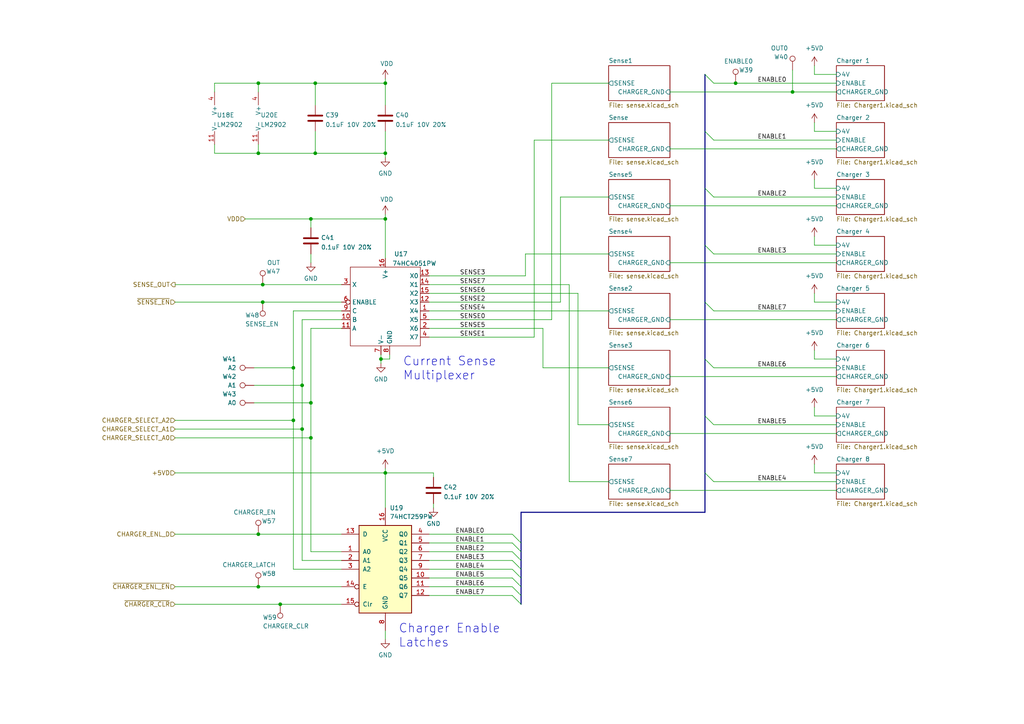
<source format=kicad_sch>
(kicad_sch (version 20211123) (generator eeschema)
  (paper "A4")
  (lib_symbols
    (symbol "74xx:74LS259" (pin_names (offset 1.016))
      (property "Reference" "U" (at -7.62 13.97 0))
      (property "Value" "74LS259" (at -7.62 -13.97 0))
      (symbol "74LS259_1_0"
        (pin input line (at -12.7 5.08 0) (length 5.08) (name "A0") (number "1"))
        (pin output line (at 12.7 -2.54 180) (length 5.08) (name "Q5") (number "10"))
        (pin output line (at 12.7 -5.08 180) (length 5.08) (name "Q6") (number "11"))
        (pin output line (at 12.7 -7.62 180) (length 5.08) (name "Q7") (number "12"))
        (pin input line (at -12.7 10.16 0) (length 5.08) (name "D") (number "13"))
        (pin input inverted (at -12.7 -5.08 0) (length 5.08) (name "E") (number "14"))
        (pin input inverted (at -12.7 -10.16 0) (length 5.08) (name "Clr") (number "15"))
        (pin power_in line (at 0 17.78 270) (length 5.08) (name "VCC") (number "16"))
        (pin input line (at -12.7 2.54 0) (length 5.08) (name "A1") (number "2"))
        (pin input line (at -12.7 0 0) (length 5.08) (name "A2") (number "3"))
        (pin output line (at 12.7 10.16 180) (length 5.08) (name "Q0") (number "4"))
        (pin output line (at 12.7 7.62 180) (length 5.08) (name "Q1") (number "5"))
        (pin output line (at 12.7 5.08 180) (length 5.08) (name "Q2") (number "6"))
        (pin output line (at 12.7 2.54 180) (length 5.08) (name "Q3") (number "7"))
        (pin power_in line (at 0 -17.78 90) (length 5.08) (name "GND") (number "8"))
        (pin output line (at 12.7 0 180) (length 5.08) (name "Q4") (number "9"))
      )
      (symbol "74LS259_1_1"
        (rectangle (start -7.62 12.7) (end 7.62 -12.7) (stroke (width 0.254)) (fill (type background)))
      )
    )
    (symbol "Amplifier_Operational:LM2902" (pin_names (offset 0.127))
      (property "Reference" "U" (at 0 5.08 0))
      (property "Value" "LM2902" (at 0 -5.08 0))
      (symbol "LM2902_1_1"
        (polyline (pts (xy -5.08 5.08) (xy 5.08 0) (xy -5.08 -5.08) (xy -5.08 5.08)) (stroke (width 0.254)) (fill (type background)))
        (pin output line (at 7.62 0 180) (length 2.54) (name "~") (number "1"))
        (pin input line (at -7.62 -2.54 0) (length 2.54) (name "-") (number "2"))
        (pin input line (at -7.62 2.54 0) (length 2.54) (name "+") (number "3"))
      )
      (symbol "LM2902_2_1"
        (polyline (pts (xy -5.08 5.08) (xy 5.08 0) (xy -5.08 -5.08) (xy -5.08 5.08)) (stroke (width 0.254)) (fill (type background)))
        (pin input line (at -7.62 2.54 0) (length 2.54) (name "+") (number "5"))
        (pin input line (at -7.62 -2.54 0) (length 2.54) (name "-") (number "6"))
        (pin output line (at 7.62 0 180) (length 2.54) (name "~") (number "7"))
      )
      (symbol "LM2902_3_1"
        (polyline (pts (xy -5.08 5.08) (xy 5.08 0) (xy -5.08 -5.08) (xy -5.08 5.08)) (stroke (width 0.254)) (fill (type background)))
        (pin input line (at -7.62 2.54 0) (length 2.54) (name "+") (number "10"))
        (pin output line (at 7.62 0 180) (length 2.54) (name "~") (number "8"))
        (pin input line (at -7.62 -2.54 0) (length 2.54) (name "-") (number "9"))
      )
      (symbol "LM2902_4_1"
        (polyline (pts (xy -5.08 5.08) (xy 5.08 0) (xy -5.08 -5.08) (xy -5.08 5.08)) (stroke (width 0.254)) (fill (type background)))
        (pin input line (at -7.62 2.54 0) (length 2.54) (name "+") (number "12"))
        (pin input line (at -7.62 -2.54 0) (length 2.54) (name "-") (number "13"))
        (pin output line (at 7.62 0 180) (length 2.54) (name "~") (number "14"))
      )
      (symbol "LM2902_5_1"
        (pin power_in line (at -2.54 -7.62 90) (length 3.81) (name "V-") (number "11"))
        (pin power_in line (at -2.54 7.62 270) (length 3.81) (name "V+") (number "4"))
      )
    )
    (symbol "Device:C" (pin_numbers hide) (pin_names (offset 0.254))
      (property "Reference" "C" (at 0.635 2.54 0))
      (property "Value" "C" (at 0.635 -2.54 0))
      (symbol "C_0_1"
        (polyline (pts (xy -2.032 -0.762) (xy 2.032 -0.762)) (stroke (width 0.508)))
        (polyline (pts (xy -2.032 0.762) (xy 2.032 0.762)) (stroke (width 0.508)))
      )
      (symbol "C_1_1"
        (pin passive line (at 0 3.81 270) (length 2.794) (name "~") (number "1"))
        (pin passive line (at 0 -3.81 90) (length 2.794) (name "~") (number "2"))
      )
    )
    (symbol "Pixels-dice:DG4051E"
      (property "Reference" "U" (at 7.62 -12.7 0))
      (property "Value" "DG4051E" (at 5.08 12.7 0))
      (symbol "DG4051E_0_1"
        (rectangle (start -10.16 11.43) (end 10.16 -11.43))
      )
      (symbol "DG4051E_1_1"
        (pin bidirectional line (at 12.7 -1.27 180) (length 2.54) (name "X4") (number "1"))
        (pin input line (at -12.7 -3.81 0) (length 2.54) (name "B") (number "10"))
        (pin input line (at -12.7 -6.35 0) (length 2.54) (name "A") (number "11"))
        (pin bidirectional line (at 12.7 1.27 180) (length 2.54) (name "X3") (number "12"))
        (pin bidirectional line (at 12.7 8.89 180) (length 2.54) (name "X0") (number "13"))
        (pin bidirectional line (at 12.7 6.35 180) (length 2.54) (name "X1") (number "14"))
        (pin bidirectional line (at 12.7 3.81 180) (length 2.54) (name "X2") (number "15"))
        (pin power_in line (at 0 13.97 270) (length 2.54) (name "V+") (number "16"))
        (pin bidirectional line (at 12.7 -6.35 180) (length 2.54) (name "X6") (number "2"))
        (pin bidirectional line (at -12.7 6.35 0) (length 2.54) (name "X") (number "3"))
        (pin bidirectional line (at 12.7 -8.89 180) (length 2.54) (name "X7") (number "4"))
        (pin bidirectional line (at 12.7 -3.81 180) (length 2.54) (name "X5") (number "5"))
        (pin input inverted (at -12.7 1.27 0) (length 2.54) (name "ENABLE") (number "6"))
        (pin power_in line (at -1.27 -13.97 90) (length 2.54) (name "V-") (number "7"))
        (pin power_in line (at 1.27 -13.97 90) (length 2.54) (name "GND") (number "8"))
        (pin input line (at -12.7 -1.27 0) (length 2.54) (name "C") (number "9"))
      )
    )
    (symbol "Pixels-dice:TEST_1P-conn" (pin_numbers hide) (pin_names (offset 0.762) hide)
      (property "Reference" "W" (at 0 6.858 0))
      (property "Value" "TEST_1P-conn" (at 0 5.08 0))
      (symbol "TEST_1P-conn_0_1"
        (circle (center 0 3.302) (radius 0.762))
      )
      (symbol "TEST_1P-conn_1_1"
        (pin passive line (at 0 0 90) (length 2.54) (name "1") (number "1"))
      )
    )
    (symbol "power:+5VD" (power) (pin_names (offset 0))
      (property "Value" "+5VD" (at 0 3.556 0))
      (symbol "+5VD_0_1"
        (polyline (pts (xy -0.762 1.27) (xy 0 2.54)))
        (polyline (pts (xy 0 0) (xy 0 2.54)))
        (polyline (pts (xy 0 2.54) (xy 0.762 1.27)))
      )
      (symbol "+5VD_1_1"
        (pin power_in line (at 0 0 90) (length 0) hide (name "+5VD") (number "1"))
      )
    )
    (symbol "power:GND" (power) (pin_names (offset 0))
      (property "Value" "GND" (at 0 -3.81 0))
      (symbol "GND_0_1"
        (polyline (pts (xy 0 0) (xy 0 -1.27) (xy 1.27 -1.27) (xy 0 -2.54) (xy -1.27 -1.27) (xy 0 -1.27)))
      )
      (symbol "GND_1_1"
        (pin power_in line (at 0 0 270) (length 0) hide (name "GND") (number "1"))
      )
    )
    (symbol "power:VDD" (power) (pin_names (offset 0))
      (property "Value" "VDD" (at 0 3.81 0))
      (symbol "VDD_0_1"
        (polyline (pts (xy -0.762 1.27) (xy 0 2.54)))
        (polyline (pts (xy 0 0) (xy 0 2.54)))
        (polyline (pts (xy 0 2.54) (xy 0.762 1.27)))
      )
      (symbol "VDD_1_1"
        (pin power_in line (at 0 0 90) (length 0) hide (name "VDD") (number "1"))
      )
    )
  )
  (junction (at 91.44 24.13))
  (junction (at 91.44 44.45))
  (junction (at 90.17 127))
  (junction (at 90.17 63.5))
  (junction (at 81.28 175.26))
  (junction (at 111.76 63.5))
  (junction (at 74.93 44.45))
  (junction (at 90.17 116.84))
  (junction (at 74.93 170.18))
  (junction (at 110.49 104.14))
  (junction (at 87.63 124.46))
  (junction (at 87.63 111.76))
  (junction (at 76.2 87.63))
  (junction (at 229.87 26.67))
  (junction (at 74.93 154.94))
  (junction (at 111.76 24.13))
  (junction (at 111.76 44.45))
  (junction (at 76.2 82.55))
  (junction (at 85.09 121.92))
  (junction (at 85.09 106.68))
  (junction (at 74.93 24.13))
  (junction (at 213.36 24.13))
  (junction (at 111.76 137.16))
  (bus_entry (at 148.59 170.18) (size 2.54 2.54))
  (bus_entry (at 148.59 162.56) (size 2.54 2.54))
  (bus_entry (at 148.59 157.48) (size 2.54 2.54))
  (bus_entry (at 148.59 154.94) (size 2.54 2.54))
  (bus_entry (at 148.59 160.02) (size 2.54 2.54))
  (bus_entry (at 148.59 172.72) (size 2.54 2.54))
  (bus_entry (at 148.59 167.64) (size 2.54 2.54))
  (bus_entry (at 148.59 165.1) (size 2.54 2.54))
  (bus_entry (at 204.47 21.59) (size 2.54 2.54))
  (bus_entry (at 207.01 40.64) (size -2.54 -2.54))
  (bus_entry (at 207.01 57.15) (size -2.54 -2.54))
  (bus_entry (at 207.01 73.66) (size -2.54 -2.54))
  (bus_entry (at 207.01 106.68) (size -2.54 -2.54))
  (bus_entry (at 207.01 90.17) (size -2.54 -2.54))
  (bus_entry (at 207.01 139.7) (size -2.54 -2.54))
  (bus_entry (at 207.01 123.19) (size -2.54 -2.54))
  (wire (pts (xy 194.31 43.18) (xy 242.57 43.18)))
  (wire (pts (xy 110.49 102.87) (xy 110.49 104.14)))
  (wire (pts (xy 85.09 121.92) (xy 85.09 165.1)))
  (wire (pts (xy 194.31 142.24) (xy 242.57 142.24)))
  (wire (pts (xy 90.17 63.5) (xy 90.17 66.04)))
  (bus (pts (xy 204.47 38.1) (xy 204.47 54.61)))
  (wire (pts (xy 91.44 24.13) (xy 74.93 24.13)))
  (wire (pts (xy 62.23 41.91) (xy 62.23 44.45)))
  (wire (pts (xy 207.01 123.19) (xy 242.57 123.19)))
  (wire (pts (xy 207.01 90.17) (xy 242.57 90.17)))
  (wire (pts (xy 74.93 170.18) (xy 99.06 170.18)))
  (wire (pts (xy 73.66 106.68) (xy 85.09 106.68)))
  (wire (pts (xy 111.76 62.23) (xy 111.76 63.5)))
  (wire (pts (xy 207.01 139.7) (xy 242.57 139.7)))
  (wire (pts (xy 73.66 116.84) (xy 90.17 116.84)))
  (wire (pts (xy 50.8 154.94) (xy 74.93 154.94)))
  (wire (pts (xy 194.31 92.71) (xy 242.57 92.71)))
  (wire (pts (xy 125.73 138.43) (xy 125.73 137.16)))
  (wire (pts (xy 124.46 154.94) (xy 148.59 154.94)))
  (wire (pts (xy 176.53 40.64) (xy 154.94 40.64)))
  (wire (pts (xy 124.46 165.1) (xy 148.59 165.1)))
  (wire (pts (xy 74.93 154.94) (xy 99.06 154.94)))
  (bus (pts (xy 204.47 137.16) (xy 204.47 148.59)))
  (wire (pts (xy 236.22 87.63) (xy 242.57 87.63)))
  (wire (pts (xy 176.53 57.15) (xy 162.56 57.15)))
  (wire (pts (xy 87.63 111.76) (xy 87.63 92.71)))
  (bus (pts (xy 204.47 71.12) (xy 204.47 87.63)))
  (wire (pts (xy 74.93 24.13) (xy 62.23 24.13)))
  (wire (pts (xy 236.22 85.09) (xy 236.22 87.63)))
  (wire (pts (xy 111.76 182.88) (xy 111.76 185.42)))
  (wire (pts (xy 236.22 21.59) (xy 242.57 21.59)))
  (wire (pts (xy 91.44 38.1) (xy 91.44 44.45)))
  (wire (pts (xy 124.46 172.72) (xy 148.59 172.72)))
  (wire (pts (xy 90.17 116.84) (xy 90.17 95.25)))
  (wire (pts (xy 236.22 19.05) (xy 236.22 21.59)))
  (wire (pts (xy 194.31 76.2) (xy 242.57 76.2)))
  (wire (pts (xy 160.02 24.13) (xy 160.02 92.71)))
  (wire (pts (xy 113.03 104.14) (xy 110.49 104.14)))
  (bus (pts (xy 151.13 167.64) (xy 151.13 170.18)))
  (wire (pts (xy 236.22 120.65) (xy 242.57 120.65)))
  (wire (pts (xy 76.2 82.55) (xy 99.06 82.55)))
  (wire (pts (xy 236.22 137.16) (xy 242.57 137.16)))
  (wire (pts (xy 154.94 40.64) (xy 154.94 97.79)))
  (wire (pts (xy 85.09 165.1) (xy 99.06 165.1)))
  (wire (pts (xy 81.28 175.26) (xy 99.06 175.26)))
  (wire (pts (xy 124.46 162.56) (xy 148.59 162.56)))
  (wire (pts (xy 236.22 68.58) (xy 236.22 71.12)))
  (wire (pts (xy 236.22 52.07) (xy 236.22 54.61)))
  (wire (pts (xy 236.22 35.56) (xy 236.22 38.1)))
  (wire (pts (xy 76.2 87.63) (xy 99.06 87.63)))
  (bus (pts (xy 151.13 157.48) (xy 151.13 160.02)))
  (wire (pts (xy 50.8 127) (xy 90.17 127)))
  (bus (pts (xy 151.13 165.1) (xy 151.13 167.64)))
  (wire (pts (xy 111.76 137.16) (xy 125.73 137.16)))
  (bus (pts (xy 151.13 160.02) (xy 151.13 162.56)))
  (wire (pts (xy 124.46 92.71) (xy 160.02 92.71)))
  (wire (pts (xy 87.63 124.46) (xy 87.63 111.76)))
  (wire (pts (xy 236.22 38.1) (xy 242.57 38.1)))
  (wire (pts (xy 194.31 59.69) (xy 242.57 59.69)))
  (wire (pts (xy 124.46 167.64) (xy 148.59 167.64)))
  (wire (pts (xy 50.8 175.26) (xy 81.28 175.26)))
  (wire (pts (xy 90.17 127) (xy 90.17 160.02)))
  (wire (pts (xy 236.22 71.12) (xy 242.57 71.12)))
  (wire (pts (xy 85.09 106.68) (xy 85.09 90.17)))
  (wire (pts (xy 236.22 118.11) (xy 236.22 120.65)))
  (wire (pts (xy 124.46 87.63) (xy 162.56 87.63)))
  (wire (pts (xy 176.53 73.66) (xy 152.4 73.66)))
  (wire (pts (xy 111.76 135.89) (xy 111.76 137.16)))
  (wire (pts (xy 87.63 124.46) (xy 87.63 162.56)))
  (bus (pts (xy 204.47 104.14) (xy 204.47 120.65)))
  (wire (pts (xy 236.22 54.61) (xy 242.57 54.61)))
  (wire (pts (xy 124.46 97.79) (xy 154.94 97.79)))
  (wire (pts (xy 73.66 111.76) (xy 87.63 111.76)))
  (bus (pts (xy 151.13 170.18) (xy 151.13 172.72)))
  (wire (pts (xy 125.73 147.32) (xy 125.73 146.05)))
  (bus (pts (xy 204.47 87.63) (xy 204.47 104.14)))
  (wire (pts (xy 111.76 24.13) (xy 111.76 30.48)))
  (wire (pts (xy 50.8 137.16) (xy 111.76 137.16)))
  (wire (pts (xy 110.49 104.14) (xy 110.49 105.41)))
  (bus (pts (xy 151.13 148.59) (xy 204.47 148.59)))
  (wire (pts (xy 91.44 24.13) (xy 111.76 24.13)))
  (wire (pts (xy 90.17 160.02) (xy 99.06 160.02)))
  (bus (pts (xy 151.13 172.72) (xy 151.13 175.26)))
  (wire (pts (xy 124.46 90.17) (xy 176.53 90.17)))
  (wire (pts (xy 236.22 101.6) (xy 236.22 104.14)))
  (bus (pts (xy 151.13 162.56) (xy 151.13 165.1)))
  (wire (pts (xy 242.57 26.67) (xy 229.87 26.67)))
  (wire (pts (xy 90.17 73.66) (xy 90.17 76.2)))
  (wire (pts (xy 74.93 24.13) (xy 74.93 26.67)))
  (wire (pts (xy 194.31 125.73) (xy 242.57 125.73)))
  (wire (pts (xy 111.76 63.5) (xy 111.76 74.93)))
  (wire (pts (xy 165.1 139.7) (xy 165.1 82.55)))
  (wire (pts (xy 152.4 73.66) (xy 152.4 80.01)))
  (wire (pts (xy 157.48 106.68) (xy 157.48 95.25)))
  (wire (pts (xy 176.53 24.13) (xy 160.02 24.13)))
  (wire (pts (xy 194.31 26.67) (xy 229.87 26.67)))
  (wire (pts (xy 113.03 102.87) (xy 113.03 104.14)))
  (wire (pts (xy 71.12 63.5) (xy 90.17 63.5)))
  (wire (pts (xy 207.01 57.15) (xy 242.57 57.15)))
  (wire (pts (xy 50.8 82.55) (xy 76.2 82.55)))
  (bus (pts (xy 204.47 120.65) (xy 204.47 137.16)))
  (wire (pts (xy 167.64 123.19) (xy 167.64 85.09)))
  (wire (pts (xy 62.23 24.13) (xy 62.23 26.67)))
  (wire (pts (xy 207.01 40.64) (xy 242.57 40.64)))
  (wire (pts (xy 162.56 57.15) (xy 162.56 87.63)))
  (wire (pts (xy 124.46 95.25) (xy 157.48 95.25)))
  (wire (pts (xy 124.46 85.09) (xy 167.64 85.09)))
  (wire (pts (xy 111.76 137.16) (xy 111.76 147.32)))
  (wire (pts (xy 176.53 106.68) (xy 157.48 106.68)))
  (wire (pts (xy 85.09 121.92) (xy 85.09 106.68)))
  (wire (pts (xy 50.8 121.92) (xy 85.09 121.92)))
  (wire (pts (xy 152.4 80.01) (xy 124.46 80.01)))
  (wire (pts (xy 207.01 73.66) (xy 242.57 73.66)))
  (wire (pts (xy 50.8 87.63) (xy 76.2 87.63)))
  (wire (pts (xy 111.76 22.86) (xy 111.76 24.13)))
  (wire (pts (xy 91.44 30.48) (xy 91.44 24.13)))
  (wire (pts (xy 90.17 95.25) (xy 99.06 95.25)))
  (wire (pts (xy 176.53 139.7) (xy 165.1 139.7)))
  (wire (pts (xy 87.63 162.56) (xy 99.06 162.56)))
  (wire (pts (xy 236.22 104.14) (xy 242.57 104.14)))
  (wire (pts (xy 236.22 134.62) (xy 236.22 137.16)))
  (wire (pts (xy 74.93 41.91) (xy 74.93 44.45)))
  (bus (pts (xy 204.47 21.59) (xy 204.47 38.1)))
  (wire (pts (xy 74.93 44.45) (xy 91.44 44.45)))
  (wire (pts (xy 207.01 106.68) (xy 242.57 106.68)))
  (wire (pts (xy 50.8 124.46) (xy 87.63 124.46)))
  (wire (pts (xy 207.01 24.13) (xy 213.36 24.13)))
  (wire (pts (xy 62.23 44.45) (xy 74.93 44.45)))
  (wire (pts (xy 124.46 170.18) (xy 148.59 170.18)))
  (wire (pts (xy 111.76 44.45) (xy 111.76 45.72)))
  (bus (pts (xy 151.13 157.48) (xy 151.13 148.59)))
  (wire (pts (xy 91.44 44.45) (xy 111.76 44.45)))
  (wire (pts (xy 90.17 127) (xy 90.17 116.84)))
  (wire (pts (xy 111.76 38.1) (xy 111.76 44.45)))
  (wire (pts (xy 124.46 157.48) (xy 148.59 157.48)))
  (wire (pts (xy 90.17 63.5) (xy 111.76 63.5)))
  (wire (pts (xy 229.87 26.67) (xy 229.87 20.32)))
  (wire (pts (xy 85.09 90.17) (xy 99.06 90.17)))
  (wire (pts (xy 213.36 24.13) (xy 242.57 24.13)))
  (wire (pts (xy 194.31 109.22) (xy 242.57 109.22)))
  (wire (pts (xy 87.63 92.71) (xy 99.06 92.71)))
  (wire (pts (xy 124.46 160.02) (xy 148.59 160.02)))
  (wire (pts (xy 50.8 170.18) (xy 74.93 170.18)))
  (wire (pts (xy 124.46 82.55) (xy 165.1 82.55)))
  (bus (pts (xy 204.47 54.61) (xy 204.47 71.12)))
  (wire (pts (xy 176.53 123.19) (xy 167.64 123.19)))
  (text "Charger Enable\nLatches" (at 115.57 187.96 0) (effects (font (size 2.54 2.54)) (justify left bottom)))
  (text "Current Sense\nMultiplexer" (at 116.84 110.49 0) (effects (font (size 2.54 2.54)) (justify left bottom)))
  (label "SENSE7" (at 133.35 82.55 0))
  (label "SENSE6" (at 133.35 85.09 0))
  (label "SENSE1" (at 133.35 97.79 0))
  (label "ENABLE1" (at 219.71 40.64 0))
  (label "ENABLE2" (at 219.71 57.15 0))
  (label "ENABLE6" (at 132.08 170.18 0))
  (label "ENABLE2" (at 132.08 160.02 0))
  (label "ENABLE4" (at 132.08 165.1 0))
  (label "SENSE2" (at 133.35 87.63 0))
  (label "SENSE4" (at 133.35 90.17 0))
  (label "ENABLE0" (at 132.08 154.94 0))
  (label "SENSE0" (at 133.35 92.71 0))
  (label "ENABLE0" (at 219.71 24.13 0))
  (label "ENABLE3" (at 132.08 162.56 0))
  (label "ENABLE6" (at 219.71 106.68 0))
  (label "SENSE3" (at 133.35 80.01 0))
  (label "ENABLE7" (at 132.08 172.72 0))
  (label "ENABLE3" (at 219.71 73.66 0))
  (label "ENABLE5" (at 132.08 167.64 0))
  (label "SENSE5" (at 133.35 95.25 0))
  (label "ENABLE4" (at 219.71 139.7 0))
  (label "ENABLE7" (at 219.71 90.17 0))
  (label "ENABLE5" (at 219.71 123.19 0))
  (label "ENABLE1" (at 132.08 157.48 0))
  (hierarchical_label "CHARGER_SELECT_A1" (shape input) (at 50.8 124.46 180))
  (hierarchical_label "CHARGER_SELECT_A2" (shape input) (at 50.8 121.92 180))
  (hierarchical_label "SENSE_OUT" (shape output) (at 50.8 82.55 180))
  (hierarchical_label "~{CHARGER_CLR}" (shape input) (at 50.8 175.26 180))
  (hierarchical_label "CHARGER_SELECT_A0" (shape input) (at 50.8 127 180))
  (hierarchical_label "~{CHARGER_ENL_EN}" (shape input) (at 50.8 170.18 180))
  (hierarchical_label "+5VD" (shape input) (at 50.8 137.16 180))
  (hierarchical_label "VDD" (shape input) (at 71.12 63.5 180))
  (hierarchical_label "CHARGER_ENL_D" (shape input) (at 50.8 154.94 180))
  (hierarchical_label "~{SENSE_EN}" (shape input) (at 50.8 87.63 180))
  (symbol (lib_id "74xx:74LS259") (at 111.76 165.1 0) (unit 1)
    (property "Reference" "U19" (at 113.03 147.32 0) (effects (justify left)))
    (property "Value" "74HCT259PW" (at 113.03 149.86 0) (effects (justify left)))
    (property "Footprint" "Package_SO:SSOP-16_4.4x5.2mm_P0.65mm" (effects hide))
    (property "Datasheet" "http://www.ti.com/lit/gpn/sn74LS259" (effects hide))
    (property "Manufacturer" "Nexperia" (effects hide))
    (property "Manufacturer Part Number" "74HCT259PW" (effects hide))
    (property "Generic OK" "NO" (effects hide))
  )
  (symbol (lib_id "power:+5VD") (at 236.22 35.56 0) (unit 1)
    (property "Reference" "#PWR0111" (effects hide))
    (property "Value" "+5VD" (at 236.22 30.48 0))
  )
  (symbol (lib_id "Pixels-dice:TEST_1P-conn") (at 76.2 82.55 0) (mirror y) (unit 1)
    (property "Reference" "W47" (at 81.28 78.74 0) (effects (justify left)))
    (property "Value" "OUT" (at 81.28 76.2 0) (effects (justify left)))
    (property "Footprint" "Pixels-dice:TestPoint_1.5x1.5_Drill0.9mm" (effects hide))
  )
  (symbol (lib_id "Pixels-dice:TEST_1P-conn") (at 81.28 175.26 0) (mirror x) (unit 1)
    (property "Reference" "W59" (at 76.2 179.07 0) (effects (justify left)))
    (property "Value" "CHARGER_CLR" (at 76.2 181.61 0) (effects (justify left)))
    (property "Footprint" "Pixels-dice:TEST_PIN" (effects hide))
  )
  (symbol (lib_id "Pixels-dice:DG4051E") (at 111.76 88.9 0) (unit 1)
    (property "Reference" "U17" (at 114.3 73.66 0) (effects (justify left)))
    (property "Value" "74HC4051PW" (at 113.7794 76.4056 0) (effects (justify left)))
    (property "Footprint" "Package_SO:SSOP-16_4.4x5.2mm_P0.65mm" (effects hide))
    (property "Manufacturer" "Nexperia" (effects hide))
    (property "Manufacturer Part Number" "74HC4051PW,118" (effects hide))
    (property "Generic OK" "NO" (effects hide))
  )
  (symbol (lib_id "power:GND") (at 125.73 147.32 0) (unit 1)
    (property "Reference" "#PWR055" (effects hide))
    (property "Value" "GND" (at 125.73 151.8825 0))
  )
  (symbol (lib_id "power:GND") (at 110.49 105.41 0) (unit 1)
    (property "Reference" "#PWR046" (effects hide))
    (property "Value" "GND" (at 110.49 109.9725 0))
  )
  (symbol (lib_id "power:VDD") (at 111.76 22.86 0) (unit 1)
    (property "Reference" "#PWR029" (effects hide))
    (property "Value" "VDD" (at 112.1918 18.4658 0))
  )
  (symbol (lib_id "Pixels-dice:TEST_1P-conn") (at 73.66 116.84 90) (mirror x) (unit 1)
    (property "Reference" "W43" (at 68.58 114.3 90) (effects (justify left)))
    (property "Value" "A0" (at 68.58 116.84 90) (effects (justify left)))
    (property "Footprint" "Pixels-dice:TestPoint_1.5x1.5_Drill0.9mm" (effects hide))
  )
  (symbol (lib_id "power:VDD") (at 111.76 62.23 0) (unit 1)
    (property "Reference" "#PWR039" (effects hide))
    (property "Value" "VDD" (at 112.1918 57.8358 0))
  )
  (symbol (lib_id "power:+5VD") (at 236.22 118.11 0) (unit 1)
    (property "Reference" "#PWR0116" (effects hide))
    (property "Value" "+5VD" (at 236.22 113.03 0))
  )
  (symbol (lib_id "power:+5VD") (at 111.76 135.89 0) (unit 1)
    (property "Reference" "#PWR0114" (effects hide))
    (property "Value" "+5VD" (at 111.76 130.81 0))
  )
  (symbol (lib_id "Pixels-dice:TEST_1P-conn") (at 76.2 87.63 0) (mirror x) (unit 1)
    (property "Reference" "W48" (at 71.12 91.44 0) (effects (justify left)))
    (property "Value" "SENSE_EN" (at 71.12 93.98 0) (effects (justify left)))
    (property "Footprint" "Pixels-dice:TestPoint_1.5x1.5_Drill0.9mm" (effects hide))
  )
  (symbol (lib_id "Pixels-dice:TEST_1P-conn") (at 74.93 154.94 0) (mirror y) (unit 1)
    (property "Reference" "W57" (at 80.01 151.13 0) (effects (justify left)))
    (property "Value" "CHARGER_EN" (at 80.01 148.59 0) (effects (justify left)))
    (property "Footprint" "Pixels-dice:TestPoint_1.5x1.5_Drill0.9mm" (effects hide))
  )
  (symbol (lib_id "Device:C") (at 91.44 34.29 0) (unit 1)
    (property "Reference" "C39" (at 94.361 33.3815 0) (effects (justify left)))
    (property "Value" "0.1uF 10V 20%" (at 94.361 36.1566 0) (effects (justify left)))
    (property "Footprint" "Capacitor_SMD:C_0402_1005Metric" (effects hide))
    (property "LCSC Part Number" "C2168305" (effects hide))
    (property "Manufacturer" "Murata" (effects hide))
    (property "Manufacturer Part Number" "GRM155R61H104KE19D" (effects hide))
    (property "Generic OK" "YES" (effects hide))
  )
  (symbol (lib_id "power:GND") (at 111.76 45.72 0) (unit 1)
    (property "Reference" "#PWR032" (effects hide))
    (property "Value" "GND" (at 111.76 50.2825 0))
  )
  (symbol (lib_id "Pixels-dice:TEST_1P-conn") (at 229.87 20.32 0) (mirror y) (unit 1)
    (property "Reference" "W40" (at 228.6 16.51 0) (effects (justify left)))
    (property "Value" "OUT0" (at 228.6 13.97 0) (effects (justify left)))
    (property "Footprint" "Pixels-dice:TestPoint_1.5x1.5_Drill0.9mm" (effects hide))
  )
  (symbol (lib_id "power:GND") (at 90.17 76.2 0) (unit 1)
    (property "Reference" "#PWR0112" (effects hide))
    (property "Value" "GND" (at 90.17 80.7625 0))
  )
  (symbol (lib_id "power:+5VD") (at 236.22 52.07 0) (unit 1)
    (property "Reference" "#PWR0109" (effects hide))
    (property "Value" "+5VD" (at 236.22 46.99 0))
  )
  (symbol (lib_id "power:+5VD") (at 236.22 101.6 0) (unit 1)
    (property "Reference" "#PWR0117" (effects hide))
    (property "Value" "+5VD" (at 236.22 96.52 0))
  )
  (symbol (lib_id "power:GND") (at 111.76 185.42 0) (unit 1)
    (property "Reference" "#PWR057" (effects hide))
    (property "Value" "GND" (at 111.76 189.9825 0))
  )
  (symbol (lib_id "power:+5VD") (at 236.22 85.09 0) (unit 1)
    (property "Reference" "#PWR0118" (effects hide))
    (property "Value" "+5VD" (at 236.22 80.01 0))
  )
  (symbol (lib_id "Pixels-dice:TEST_1P-conn") (at 73.66 111.76 90) (mirror x) (unit 1)
    (property "Reference" "W42" (at 68.58 109.22 90) (effects (justify left)))
    (property "Value" "A1" (at 68.58 111.76 90) (effects (justify left)))
    (property "Footprint" "Pixels-dice:TestPoint_1.5x1.5_Drill0.9mm" (effects hide))
  )
  (symbol (lib_id "Device:C") (at 90.17 69.85 0) (unit 1)
    (property "Reference" "C41" (at 93.091 68.9415 0) (effects (justify left)))
    (property "Value" "0.1uF 10V 20%" (at 93.091 71.7166 0) (effects (justify left)))
    (property "Footprint" "Capacitor_SMD:C_0402_1005Metric" (effects hide))
    (property "LCSC Part Number" "C2168305" (effects hide))
    (property "Manufacturer" "Murata" (effects hide))
    (property "Manufacturer Part Number" "GRM155R61H104KE19D" (effects hide))
    (property "Generic OK" "YES" (effects hide))
  )
  (symbol (lib_id "Pixels-dice:TEST_1P-conn") (at 73.66 106.68 90) (mirror x) (unit 1)
    (property "Reference" "W41" (at 68.58 104.14 90) (effects (justify left)))
    (property "Value" "A2" (at 68.58 106.68 90) (effects (justify left)))
    (property "Footprint" "Pixels-dice:TestPoint_1.5x1.5_Drill0.9mm" (effects hide))
  )
  (symbol (lib_id "Amplifier_Operational:LM2902") (at 77.47 34.29 0) (unit 5)
    (property "Reference" "U20" (at 75.565 33.3815 0) (effects (justify left)))
    (property "Value" "LM2902" (at 75.565 36.1566 0) (effects (justify left)))
    (property "Footprint" "Package_SO:TSSOP-14_4.4x5mm_P0.65mm" (effects hide))
    (property "Datasheet" "http://www.ti.com/lit/ds/symlink/lm2902-n.pdf" (effects hide))
    (property "LCSC Part Number" "C46864" (effects hide))
    (property "Manufacturer" "Texas Instrument" (effects hide))
    (property "Manufacturer Part Number" "LM2902PWR" (effects hide))
  )
  (symbol (lib_id "Pixels-dice:TEST_1P-conn") (at 74.93 170.18 0) (mirror y) (unit 1)
    (property "Reference" "W58" (at 80.01 166.37 0) (effects (justify left)))
    (property "Value" "CHARGER_LATCH" (at 80.01 163.83 0) (effects (justify left)))
    (property "Footprint" "Pixels-dice:TestPoint_1.5x1.5_Drill0.9mm" (effects hide))
  )
  (symbol (lib_id "power:+5VD") (at 236.22 19.05 0) (unit 1)
    (property "Reference" "#PWR0113" (effects hide))
    (property "Value" "+5VD" (at 236.22 13.97 0))
  )
  (symbol (lib_id "power:+5VD") (at 236.22 134.62 0) (unit 1)
    (property "Reference" "#PWR0115" (effects hide))
    (property "Value" "+5VD" (at 236.22 129.54 0))
  )
  (symbol (lib_id "Device:C") (at 111.76 34.29 0) (unit 1)
    (property "Reference" "C40" (at 114.681 33.3815 0) (effects (justify left)))
    (property "Value" "0.1uF 10V 20%" (at 114.681 36.1566 0) (effects (justify left)))
    (property "Footprint" "Capacitor_SMD:C_0402_1005Metric" (effects hide))
    (property "LCSC Part Number" "C2168305" (effects hide))
    (property "Manufacturer" "Murata" (effects hide))
    (property "Manufacturer Part Number" "GRM155R61H104KE19D" (effects hide))
    (property "Generic OK" "YES" (effects hide))
  )
  (symbol (lib_id "Amplifier_Operational:LM2902") (at 64.77 34.29 0) (unit 5)
    (property "Reference" "U18" (at 62.865 33.3815 0) (effects (justify left)))
    (property "Value" "LM2902" (at 62.865 36.1566 0) (effects (justify left)))
    (property "Footprint" "Package_SO:TSSOP-14_4.4x5mm_P0.65mm" (effects hide))
    (property "Datasheet" "http://www.ti.com/lit/ds/symlink/lm2902-n.pdf" (effects hide))
    (property "LCSC Part Number" "C46864" (effects hide))
    (property "Manufacturer" "Texas Instrument" (effects hide))
    (property "Manufacturer Part Number" "LM2902PWR" (effects hide))
  )
  (symbol (lib_id "power:+5VD") (at 236.22 68.58 0) (unit 1)
    (property "Reference" "#PWR0110" (effects hide))
    (property "Value" "+5VD" (at 236.22 63.5 0))
  )
  (symbol (lib_id "Device:C") (at 125.73 142.24 0) (unit 1)
    (property "Reference" "C42" (at 128.651 141.3315 0) (effects (justify left)))
    (property "Value" "0.1uF 10V 20%" (at 128.651 144.1066 0) (effects (justify left)))
    (property "Footprint" "Capacitor_SMD:C_0402_1005Metric" (effects hide))
    (property "LCSC Part Number" "C2168305" (effects hide))
    (property "Manufacturer" "Murata" (effects hide))
    (property "Manufacturer Part Number" "GRM155R61H104KE19D" (effects hide))
    (property "Generic OK" "YES" (effects hide))
  )
  (symbol (lib_id "Pixels-dice:TEST_1P-conn") (at 213.36 24.13 0) (mirror y) (unit 1)
    (property "Reference" "W39" (at 218.44 20.32 0) (effects (justify left)))
    (property "Value" "ENABLE0" (at 218.44 17.78 0) (effects (justify left)))
    (property "Footprint" "Pixels-dice:TestPoint_1.5x1.5_Drill0.9mm" (effects hide))
  )
  (sheet (at 176.53 118.11) (size 17.78 10.16) (stroke (width 0.1524))
    (property "Sheet name" "Sense6" (at 176.53 117.3984 0) (effects (justify left bottom)))
    (property "Sheet file" "sense.kicad_sch" (at 176.53 128.8546 0) (effects (justify left top)))
    (pin "SENSE" output (at 176.53 123.19 180))
    (pin "CHARGER_GND" input (at 194.31 125.73 0))
  )
  (sheet (at 176.53 19.05) (size 17.78 10.16) (stroke (width 0.1524))
    (property "Sheet name" "Sense1" (at 176.53 18.3384 0) (effects (justify left bottom)))
    (property "Sheet file" "sense.kicad_sch" (at 176.53 29.7946 0) (effects (justify left top)))
    (pin "SENSE" output (at 176.53 24.13 180))
    (pin "CHARGER_GND" input (at 194.31 26.67 0))
  )
  (sheet (at 176.53 35.56) (size 17.78 10.16) (stroke (width 0.1524))
    (property "Sheet name" "Sense" (at 176.53 34.8484 0) (effects (justify left bottom)))
    (property "Sheet file" "sense.kicad_sch" (at 176.53 46.3046 0) (effects (justify left top)))
    (pin "SENSE" output (at 176.53 40.64 180))
    (pin "CHARGER_GND" input (at 194.31 43.18 0))
  )
  (sheet (at 176.53 52.07) (size 17.78 10.16) (stroke (width 0.1524))
    (property "Sheet name" "Sense5" (at 176.53 51.3584 0) (effects (justify left bottom)))
    (property "Sheet file" "sense.kicad_sch" (at 176.53 62.8146 0) (effects (justify left top)))
    (pin "SENSE" output (at 176.53 57.15 180))
    (pin "CHARGER_GND" input (at 194.31 59.69 0))
  )
  (sheet (at 176.53 85.09) (size 17.78 10.16) (stroke (width 0.1524))
    (property "Sheet name" "Sense2" (at 176.53 84.3784 0) (effects (justify left bottom)))
    (property "Sheet file" "sense.kicad_sch" (at 176.53 95.8346 0) (effects (justify left top)))
    (pin "SENSE" output (at 176.53 90.17 180))
    (pin "CHARGER_GND" input (at 194.31 92.71 0))
  )
  (sheet (at 242.57 118.11) (size 13.97 10.16) (stroke (width 0.1524))
    (property "Sheet name" "Charger 7" (at 242.57 117.3984 0) (effects (justify left bottom)))
    (property "Sheet file" "Charger1.kicad_sch" (at 242.57 128.8546 0) (effects (justify left top)))
    (pin "4V" input (at 242.57 120.65 180))
    (pin "ENABLE" input (at 242.57 123.19 180))
    (pin "CHARGER_GND" output (at 242.57 125.73 180))
  )
  (sheet (at 242.57 68.58) (size 13.97 10.16) (stroke (width 0.1524))
    (property "Sheet name" "Charger 4" (at 242.57 67.8684 0) (effects (justify left bottom)))
    (property "Sheet file" "Charger1.kicad_sch" (at 242.57 79.3246 0) (effects (justify left top)))
    (pin "4V" input (at 242.57 71.12 180))
    (pin "ENABLE" input (at 242.57 73.66 180))
    (pin "CHARGER_GND" output (at 242.57 76.2 180))
  )
  (sheet (at 242.57 19.05) (size 13.97 10.16) (stroke (width 0.1524))
    (property "Sheet name" "Charger 1" (at 242.57 18.3384 0) (effects (justify left bottom)))
    (property "Sheet file" "Charger1.kicad_sch" (at 242.57 29.7946 0) (effects (justify left top)))
    (pin "4V" input (at 242.57 21.59 180))
    (pin "ENABLE" input (at 242.57 24.13 180))
    (pin "CHARGER_GND" output (at 242.57 26.67 180))
  )
  (sheet (at 242.57 85.09) (size 13.97 10.16) (stroke (width 0.1524))
    (property "Sheet name" "Charger 5" (at 242.57 84.3784 0) (effects (justify left bottom)))
    (property "Sheet file" "Charger1.kicad_sch" (at 242.57 95.8346 0) (effects (justify left top)))
    (pin "4V" input (at 242.57 87.63 180))
    (pin "ENABLE" input (at 242.57 90.17 180))
    (pin "CHARGER_GND" output (at 242.57 92.71 180))
  )
  (sheet (at 242.57 35.56) (size 13.97 10.16) (stroke (width 0.1524))
    (property "Sheet name" "Charger 2" (at 242.57 34.8484 0) (effects (justify left bottom)))
    (property "Sheet file" "Charger1.kicad_sch" (at 242.57 46.3046 0) (effects (justify left top)))
    (pin "4V" input (at 242.57 38.1 180))
    (pin "ENABLE" input (at 242.57 40.64 180))
    (pin "CHARGER_GND" output (at 242.57 43.18 180))
  )
  (sheet (at 176.53 101.6) (size 17.78 10.16) (stroke (width 0.1524))
    (property "Sheet name" "Sense3" (at 176.53 100.8884 0) (effects (justify left bottom)))
    (property "Sheet file" "sense.kicad_sch" (at 176.53 112.3446 0) (effects (justify left top)))
    (pin "SENSE" output (at 176.53 106.68 180))
    (pin "CHARGER_GND" input (at 194.31 109.22 0))
  )
  (sheet (at 242.57 101.6) (size 13.97 10.16) (stroke (width 0.1524))
    (property "Sheet name" "Charger 6" (at 242.57 100.8884 0) (effects (justify left bottom)))
    (property "Sheet file" "Charger1.kicad_sch" (at 242.57 112.3446 0) (effects (justify left top)))
    (pin "4V" input (at 242.57 104.14 180))
    (pin "ENABLE" input (at 242.57 106.68 180))
    (pin "CHARGER_GND" output (at 242.57 109.22 180))
  )
  (sheet (at 242.57 52.07) (size 13.97 10.16) (stroke (width 0.1524))
    (property "Sheet name" "Charger 3" (at 242.57 51.3584 0) (effects (justify left bottom)))
    (property "Sheet file" "Charger1.kicad_sch" (at 242.57 62.8146 0) (effects (justify left top)))
    (pin "4V" input (at 242.57 54.61 180))
    (pin "ENABLE" input (at 242.57 57.15 180))
    (pin "CHARGER_GND" output (at 242.57 59.69 180))
  )
  (sheet (at 242.57 134.62) (size 13.97 10.16) (stroke (width 0.1524))
    (property "Sheet name" "Charger 8" (at 242.57 133.9084 0) (effects (justify left bottom)))
    (property "Sheet file" "Charger1.kicad_sch" (at 242.57 145.3646 0) (effects (justify left top)))
    (pin "4V" input (at 242.57 137.16 180))
    (pin "ENABLE" input (at 242.57 139.7 180))
    (pin "CHARGER_GND" output (at 242.57 142.24 180))
  )
  (sheet (at 176.53 134.62) (size 17.78 10.16) (stroke (width 0.1524))
    (property "Sheet name" "Sense7" (at 176.53 133.9084 0) (effects (justify left bottom)))
    (property "Sheet file" "sense.kicad_sch" (at 176.53 145.3646 0) (effects (justify left top)))
    (pin "SENSE" output (at 176.53 139.7 180))
    (pin "CHARGER_GND" input (at 194.31 142.24 0))
  )
  (sheet (at 176.53 68.58) (size 17.78 10.16) (stroke (width 0.1524))
    (property "Sheet name" "Sense4" (at 176.53 67.8684 0) (effects (justify left bottom)))
    (property "Sheet file" "sense.kicad_sch" (at 176.53 79.3246 0) (effects (justify left top)))
    (pin "SENSE" output (at 176.53 73.66 180))
    (pin "CHARGER_GND" input (at 194.31 76.2 0))
  )
)
</source>
